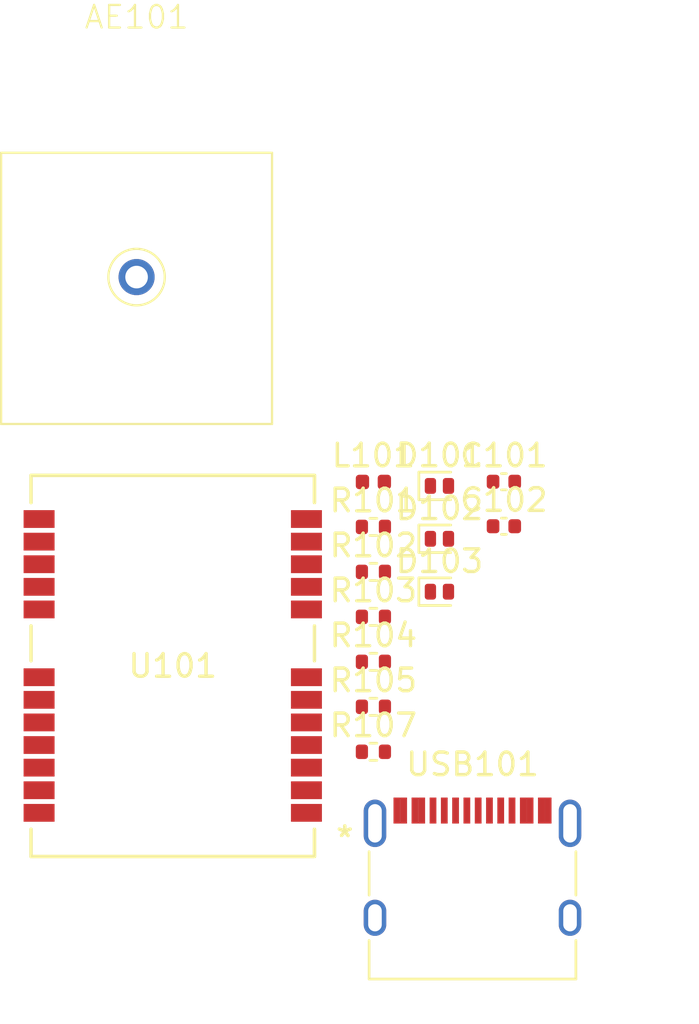
<source format=kicad_pcb>
(kicad_pcb (version 20240108) (generator "pcbnew") (generator_version "8.0")
  (layers (0 "F.Cu" signal) (31 "B.Cu" signal) (34 "B.Paste" user) (35 "F.Paste" user) (36 "B.SilkS" user "B.Silkscreen") (37 "F.SilkS" user "F.Silkscreen") (38 "B.Mask" user) (39 "F.Mask" user) (44 "Edge.Cuts" user))
  (net 0 "")
  (net 1 "GND")
  (net 2 "Net-(C101-Pad1)")
  (net 3 "3V3")
  (net 4 "Net-(D101-A2)")
  (net 5 "/USB_D+")
  (net 6 "/USB_D-")
  (net 7 "GPS_ANT1")
  (net 8 "Net-(USB101-CC1)")
  (net 9 "Net-(USB101-CC2)")
  (net 10 "Net-(U101-RXD_{slash}_SPI_MOSI)")
  (net 11 "RX")
  (net 12 "Net-(U101-TXD_{slash}_SPI_MISO)")
  (net 13 "TX")
  (net 14 "VCC_RF")
  (net 26 "V_BATT")
  (footprint "Resistor_SMD:R_0402_1005Metric" (layer "F.Cu") (at 157.89 67.155)
    (property "Reference" "R101" (at 0 -1.17 0) (layer "F.SilkS"))
    (property "Value" "22k")
    (fp_line (start -0.153641 -0.38) (end 0.153641 -0.38) (stroke (width 0.12)) (layer "F.SilkS"))
    (fp_line (start -0.153641 0.38) (end 0.153641 0.38) (stroke (width 0.12)) (layer "F.SilkS"))
    (pad "1" smd roundrect (at -0.51 0) (size 0.54 0.64) (layers "F.Cu" "F.Paste" "F.Mask") (net 8 "Net-(USB101-CC1)"))
    (pad "2" smd roundrect (at 0.51 0) (size 0.54 0.64) (layers "F.Cu" "F.Paste" "F.Mask") (net 1 "GND"))
  )
  (footprint "Resistor_SMD:R_0402_1005Metric" (layer "F.Cu") (at 157.89 73.125)
    (property "Reference" "R104" (at 0 -1.17 0) (layer "F.SilkS"))
    (property "Value" "33")
    (fp_line (start -0.153641 -0.38) (end 0.153641 -0.38) (stroke (width 0.12)) (layer "F.SilkS"))
    (fp_line (start -0.153641 0.38) (end 0.153641 0.38) (stroke (width 0.12)) (layer "F.SilkS"))
    (pad "1" smd roundrect (at -0.51 0) (size 0.54 0.64) (layers "F.Cu" "F.Paste" "F.Mask") (net 13 "TX"))
    (pad "2" smd roundrect (at 0.51 0) (size 0.54 0.64) (layers "F.Cu" "F.Paste" "F.Mask") (net 12 "Net-(U101-TXD_{slash}_SPI_MISO)"))
  )
  (footprint "Resistor_SMD:R_0402_1005Metric" (layer "F.Cu") (at 157.89 71.135)
    (property "Reference" "R103" (at 0 -1.17 0) (layer "F.SilkS"))
    (property "Value" "33")
    (fp_line (start -0.153641 -0.38) (end 0.153641 -0.38) (stroke (width 0.12)) (layer "F.SilkS"))
    (fp_line (start -0.153641 0.38) (end 0.153641 0.38) (stroke (width 0.12)) (layer "F.SilkS"))
    (pad "1" smd roundrect (at -0.51 0) (size 0.54 0.64) (layers "F.Cu" "F.Paste" "F.Mask") (net 11 "RX"))
    (pad "2" smd roundrect (at 0.51 0) (size 0.54 0.64) (layers "F.Cu" "F.Paste" "F.Mask") (net 10 "Net-(U101-RXD_{slash}_SPI_MOSI)"))
  )
  (footprint "Diode_SMD:D_SOD-882D" (layer "F.Cu") (at 160.815 67.68)
    (property "Reference" "D102" (at 0 -1.35 0) (layer "F.SilkS"))
    (property "Value" "5V")
    (fp_line (start -0.91 -0.61) (end -0.91 0.61) (stroke (width 0.12)) (layer "F.SilkS"))
    (fp_line (start -0.91 -0.61) (end 0.5 -0.61) (stroke (width 0.12)) (layer "F.SilkS"))
    (fp_line (start -0.91 0.61) (end 0.5 0.61) (stroke (width 0.12)) (layer "F.SilkS"))
    (pad "1" smd roundrect (at -0.4 0) (size 0.5 0.7) (layers "F.Cu" "F.Mask") (net 1 "GND"))
    (pad "2" smd roundrect (at 0.4 0) (size 0.5 0.7) (layers "F.Cu" "F.Mask") (net 5 "/USB_D+"))
  )
  (footprint "Resistor_SMD:R_0402_1005Metric" (layer "F.Cu") (at 157.89 69.145)
    (property "Reference" "R102" (at 0 -1.17 0) (layer "F.SilkS"))
    (property "Value" "22k")
    (fp_line (start -0.153641 -0.38) (end 0.153641 -0.38) (stroke (width 0.12)) (layer "F.SilkS"))
    (fp_line (start -0.153641 0.38) (end 0.153641 0.38) (stroke (width 0.12)) (layer "F.SilkS"))
    (pad "1" smd roundrect (at -0.51 0) (size 0.54 0.64) (layers "F.Cu" "F.Paste" "F.Mask") (net 9 "Net-(USB101-CC2)"))
    (pad "2" smd roundrect (at 0.51 0) (size 0.54 0.64) (layers "F.Cu" "F.Paste" "F.Mask") (net 1 "GND"))
  )
  (footprint "Resistor_SMD:R_0402_1005Metric" (layer "F.Cu") (at 157.89 77.105)
    (property "Reference" "R107" (at 0 -1.17 0) (layer "F.SilkS"))
    (property "Value" "10")
    (fp_line (start -0.153641 -0.38) (end 0.153641 -0.38) (stroke (width 0.12)) (layer "F.SilkS"))
    (fp_line (start -0.153641 0.38) (end 0.153641 0.38) (stroke (width 0.12)) (layer "F.SilkS"))
    (pad "1" smd roundrect (at -0.51 0) (size 0.54 0.64) (layers "F.Cu" "F.Paste" "F.Mask") (net 14 "VCC_RF"))
    (pad "2" smd roundrect (at 0.51 0) (size 0.54 0.64) (layers "F.Cu" "F.Paste" "F.Mask") (net 2 "Net-(C101-Pad1)"))
  )
  (footprint "Capacitor_SMD:C_0402_1005Metric" (layer "F.Cu") (at 163.67 67.125)
    (property "Reference" "C102" (at 0 -1.16 0) (layer "F.SilkS"))
    (property "Value" "100nF")
    (fp_line (start -0.107836 -0.36) (end 0.107836 -0.36) (stroke (width 0.12)) (layer "F.SilkS"))
    (fp_line (start -0.107836 0.36) (end 0.107836 0.36) (stroke (width 0.12)) (layer "F.SilkS"))
    (pad "1" smd roundrect (at -0.48 0) (size 0.56 0.62) (layers "F.Cu" "F.Paste" "F.Mask") (net 1 "GND"))
    (pad "2" smd roundrect (at 0.48 0) (size 0.56 0.62) (layers "F.Cu" "F.Paste" "F.Mask") (net 3 "3V3"))
  )
  (footprint "Capacitor_SMD:C_0402_1005Metric" (layer "F.Cu") (at 163.67 65.155)
    (property "Reference" "C101" (at 0 -1.16 0) (layer "F.SilkS"))
    (property "Value" "100nF")
    (fp_line (start -0.107836 -0.36) (end 0.107836 -0.36) (stroke (width 0.12)) (layer "F.SilkS"))
    (fp_line (start -0.107836 0.36) (end 0.107836 0.36) (stroke (width 0.12)) (layer "F.SilkS"))
    (pad "1" smd roundrect (at -0.48 0) (size 0.56 0.62) (layers "F.Cu" "F.Paste" "F.Mask") (net 2 "Net-(C101-Pad1)"))
    (pad "2" smd roundrect (at 0.48 0) (size 0.56 0.62) (layers "F.Cu" "F.Paste" "F.Mask") (net 1 "GND"))
  )
  (footprint "Inductor_SMD:L_0402_1005Metric" (layer "F.Cu") (at 157.89 65.165)
    (property "Reference" "L101" (at 0 -1.17 0) (layer "F.SilkS"))
    (property "Value" "27nH, 300mA")
    (pad "1" smd roundrect (at -0.485 0) (size 0.59 0.64) (layers "F.Cu" "F.Paste" "F.Mask") (net 7 "GPS_ANT1"))
    (pad "2" smd roundrect (at 0.485 0) (size 0.59 0.64) (layers "F.Cu" "F.Paste" "F.Mask") (net 2 "Net-(C101-Pad1)"))
  )
  (footprint "Diode_SMD:D_SOD-882D" (layer "F.Cu") (at 160.815 65.34)
    (property "Reference" "D101" (at 0 -1.35 0) (layer "F.SilkS"))
    (property "Value" "5V")
    (fp_line (start -0.91 -0.61) (end -0.91 0.61) (stroke (width 0.12)) (layer "F.SilkS"))
    (fp_line (start -0.91 -0.61) (end 0.5 -0.61) (stroke (width 0.12)) (layer "F.SilkS"))
    (fp_line (start -0.91 0.61) (end 0.5 0.61) (stroke (width 0.12)) (layer "F.SilkS"))
    (pad "1" smd roundrect (at -0.4 0) (size 0.5 0.7) (layers "F.Cu" "F.Mask") (net 1 "GND"))
    (pad "2" smd roundrect (at 0.4 0) (size 0.5 0.7) (layers "F.Cu" "F.Mask") (net 4 "Net-(D101-A2)"))
  )
  (footprint "Connector_USB:USB_C_Receptacle_XKB_U262-16XN-4BVC11" (layer "F.Cu") (at 162.28 83.375)
    (property "Reference" "USB101" (at 0 -5.715 0) (layer "F.SilkS"))
    (property "Value" "USB_C_Receptacle_USB2.0")
    (fp_line (start -4.58 -1.85) (end -4.58 0.07) (stroke (width 0.12)) (layer "F.SilkS"))
    (fp_line (start -4.58 3.785) (end -4.58 2.08) (stroke (width 0.12)) (layer "F.SilkS"))
    (fp_line (start 4.58 0.07) (end 4.58 -1.85) (stroke (width 0.12)) (layer "F.SilkS"))
    (fp_line (start 4.58 2.08) (end 4.58 3.785) (stroke (width 0.12)) (layer "F.SilkS"))
    (fp_line (start 4.58 3.785) (end -4.58 3.785) (stroke (width 0.12)) (layer "F.SilkS"))
    (pad "" np_thru_hole circle (at -2.89 -2.605) (size 0.65 0.65) (drill 0.65) (layers "*.Cu" "*.Mask"))
    (pad "" np_thru_hole circle (at 2.89 -2.605) (size 0.65 0.65) (drill 0.65) (layers "*.Cu" "*.Mask"))
    (pad "A1" smd rect (at -3.35 -3.67) (size 0.3 1.15) (layers "F.Cu" "F.Paste" "F.Mask") (net 1 "GND"))
    (pad "A4" smd rect (at -2.55 -3.67) (size 0.3 1.15) (layers "F.Cu" "F.Paste" "F.Mask") (net 4 "Net-(D101-A2)"))
    (pad "A5" smd rect (at -1.25 -3.67) (size 0.3 1.15) (layers "F.Cu" "F.Paste" "F.Mask") (net 8 "Net-(USB101-CC1)"))
    (pad "A6" smd rect (at -0.25 -3.67) (size 0.3 1.15) (layers "F.Cu" "F.Paste" "F.Mask") (net 5 "/USB_D+"))
    (pad "A7" smd rect (at 0.25 -3.67) (size 0.3 1.15) (layers "F.Cu" "F.Paste" "F.Mask") (net 6 "/USB_D-"))
    (pad "A8" smd rect (at 1.25 -3.67) (size 0.3 1.15) (layers "F.Cu" "F.Paste" "F.Mask"))
    (pad "A9" smd rect (at 2.55 -3.67) (size 0.3 1.15) (layers "F.Cu" "F.Paste" "F.Mask") (net 4 "Net-(D101-A2)"))
    (pad "A12" smd rect (at 3.35 -3.67) (size 0.3 1.15) (layers "F.Cu" "F.Paste" "F.Mask") (net 1 "GND"))
    (pad "B1" smd rect (at 3.05 -3.67) (size 0.3 1.15) (layers "F.Cu" "F.Paste" "F.Mask") (net 1 "GND"))
    (pad "B4" smd rect (at 2.25 -3.67) (size 0.3 1.15) (layers "F.Cu" "F.Paste" "F.Mask") (net 4 "Net-(D101-A2)"))
    (pad "B5" smd rect (at 1.75 -3.67) (size 0.3 1.15) (layers "F.Cu" "F.Paste" "F.Mask") (net 9 "Net-(USB101-CC2)"))
    (pad "B6" smd rect (at 0.75 -3.67) (size 0.3 1.15) (layers "F.Cu" "F.Paste" "F.Mask") (net 5 "/USB_D+"))
    (pad "B7" smd rect (at -0.75 -3.67) (size 0.3 1.15) (layers "F.Cu" "F.Paste" "F.Mask") (net 6 "/USB_D-"))
    (pad "B8" smd rect (at -1.75 -3.67) (size 0.3 1.15) (layers "F.Cu" "F.Paste" "F.Mask"))
    (pad "B9" smd rect (at -2.25 -3.67) (size 0.3 1.15) (layers "F.Cu" "F.Paste" "F.Mask") (net 4 "Net-(D101-A2)"))
    (pad "B12" smd rect (at -3.05 -3.67) (size 0.3 1.15) (layers "F.Cu" "F.Paste" "F.Mask") (net 1 "GND"))
    (pad "S1" thru_hole oval (at -4.32 -3.105) (size 1 2.1) (drill oval 0.6 1.7) (layers "*.Cu" "*.Mask") (net 1 "GND"))
    (pad "S1" thru_hole oval (at -4.32 1.075) (size 1 1.6) (drill oval 0.6 1.2) (layers "*.Cu" "*.Mask") (net 1 "GND"))
    (pad "S1" thru_hole oval (at 4.32 -3.105) (size 1 2.1) (drill oval 0.6 1.7) (layers "*.Cu" "*.Mask") (net 1 "GND"))
    (pad "S1" thru_hole oval (at 4.32 1.075) (size 1 1.6) (drill oval 0.6 1.2) (layers "*.Cu" "*.Mask") (net 1 "GND"))
  )
  (footprint "WOBClibrary:SMT_9N-00B_UBL" (layer "F.Cu") (at 149.002401 73.306)
    (property "Reference" "U101" (at 0 0 0) (layer "F.SilkS"))
    (property "Value" "NEO-M9N-00B")
    (fp_line (start -6.277001 -8.4328) (end -6.277001 -7.22644) (stroke (width 0.1524)) (layer "F.SilkS"))
    (fp_line (start -6.277001 -8.4328) (end 6.277001 -8.4328) (stroke (width 0.1524)) (layer "F.SilkS"))
    (fp_line (start -6.277001 -7.22644) (end -6.277001 -8.4328) (stroke (width 0.1524)) (layer "F.SilkS"))
    (fp_line (start -6.277001 -1.77356) (end -6.277001 -0.226438) (stroke (width 0.1524)) (layer "F.SilkS"))
    (fp_line (start -6.277001 7.22644) (end -6.277001 8.4328) (stroke (width 0.1524)) (layer "F.SilkS"))
    (fp_line (start -6.277001 7.22644) (end -6.277001 8.4328) (stroke (width 0.1524)) (layer "F.SilkS"))
    (fp_line (start -6.277001 8.4328) (end 6.277001 8.4328) (stroke (width 0.1524)) (layer "F.SilkS"))
    (fp_line (start -6.277001 8.4328) (end 6.277001 8.4328) (stroke (width 0.1524)) (layer "F.SilkS"))
    (fp_line (start 6.277001 -8.4328) (end -6.277001 -8.4328) (stroke (width 0.1524)) (layer "F.SilkS"))
    (fp_line (start 6.277001 -7.22644) (end 6.277001 -8.4328) (stroke (width 0.1524)) (layer "F.SilkS"))
    (fp_line (start 6.277001 -7.22644) (end 6.277001 -8.4328) (stroke (width 0.1524)) (layer "F.SilkS"))
    (fp_line (start 6.277001 -0.226441) (end 6.277001 -1.77356) (stroke (width 0.1524)) (layer "F.SilkS"))
    (fp_line (start 6.277001 7.22644) (end 6.277001 8.4328) (stroke (width 0.1524)) (layer "F.SilkS"))
    (fp_line (start 6.277001 8.4328) (end 6.277001 7.22644) (stroke (width 0.1524)) (layer "F.SilkS"))
    (fp_text user "*" (at 7.62 7.62 0) (layer "F.SilkS"))
    (fp_text user "*" (at 7.62 7.62 0) (layer "F.SilkS"))
    (pad "1" smd rect (at 5.9214 6.5) (size 1.3716 0.7874) (layers "F.Cu" "F.Paste" "F.Mask"))
    (pad "2" smd rect (at 5.9214 5.499999) (size 1.3716 0.7874) (layers "F.Cu" "F.Paste" "F.Mask"))
    (pad "3" smd rect (at 5.9214 4.499999) (size 1.3716 0.7874) (layers "F.Cu" "F.Paste" "F.Mask"))
    (pad "4" smd rect (at 5.9214 3.500001) (size 1.3716 0.7874) (layers "F.Cu" "F.Paste" "F.Mask"))
    (pad "5" smd rect (at 5.9214 2.5) (size 1.3716 0.7874) (layers "F.Cu" "F.Paste" "F.Mask") (net 6 "/USB_D-"))
    (pad "6" smd rect (at 5.9214 1.5) (size 1.3716 0.7874) (layers "F.Cu" "F.Paste" "F.Mask") (net 5 "/USB_D+"))
    (pad "7" smd rect (at 5.9214 0.499999) (size 1.3716 0.7874) (layers "F.Cu" "F.Paste" "F.Mask"))
    (pad "8" smd rect (at 5.9214 -2.5) (size 1.3716 0.7874) (layers "F.Cu" "F.Paste" "F.Mask"))
    (pad "9" smd rect (at 5.9214 -3.500001) (size 1.3716 0.7874) (layers "F.Cu" "F.Paste" "F.Mask") (net 14 "VCC_RF"))
    (pad "10" smd rect (at 5.9214 -4.500001) (size 1.3716 0.7874) (layers "F.Cu" "F.Paste" "F.Mask") (net 1 "GND"))
    (pad "11" smd rect (at 5.9214 -5.499999) (size 1.3716 0.7874) (layers "F.Cu" "F.Paste" "F.Mask") (net 7 "GPS_ANT1"))
    (pad "12" smd rect (at 5.9214 -6.5) (size 1.3716 0.7874) (layers "F.Cu" "F.Paste" "F.Mask") (net 1 "GND"))
    (pad "13" smd rect (at -5.9214 -6.5) (size 1.3716 0.7874) (layers "F.Cu" "F.Paste" "F.Mask") (net 1 "GND"))
    (pad "14" smd rect (at -5.9214 -5.499999) (size 1.3716 0.7874) (layers "F.Cu" "F.Paste" "F.Mask"))
    (pad "15" smd rect (at -5.9214 -4.499999) (size 1.3716 0.7874) (layers "F.Cu" "F.Paste" "F.Mask"))
    (pad "16" smd rect (at -5.9214 -3.500001) (size 1.3716 0.7874) (layers "F.Cu" "F.Paste" "F.Mask"))
    (pad "17" smd rect (at -5.9214 -2.5) (size 1.3716 0.7874) (layers "F.Cu" "F.Paste" "F.Mask"))
    (pad "18" smd rect (at -5.9214 0.500002) (size 1.3716 0.7874) (layers "F.Cu" "F.Paste" "F.Mask"))
    (pad "19" smd rect (at -5.9214 1.5) (size 1.3716 0.7874) (layers "F.Cu" "F.Paste" "F.Mask"))
    (pad "20" smd rect (at -5.9214 2.5) (size 1.3716 0.7874) (layers "F.Cu" "F.Paste" "F.Mask") (net 12 "Net-(U101-TXD_{slash}_SPI_MISO)"))
    (pad "21" smd rect (at -5.9214 3.500001) (size 1.3716 0.7874) (layers "F.Cu" "F.Paste" "F.Mask") (net 10 "Net-(U101-RXD_{slash}_SPI_MOSI)"))
    (pad "22" smd rect (at -5.9214 4.500001) (size 1.3716 0.7874) (layers "F.Cu" "F.Paste" "F.Mask") (net 26 "V_BATT"))
    (pad "23" smd rect (at -5.9214 5.499999) (size 1.3716 0.7874) (layers "F.Cu" "F.Paste" "F.Mask") (net 3 "3V3"))
    (pad "24" smd rect (at -5.9214 6.5) (size 1.3716 0.7874) (layers "F.Cu" "F.Paste" "F.Mask") (net 1 "GND"))
  )
  (footprint "Diode_SMD:D_SOD-882D" (layer "F.Cu") (at 160.815 70.02)
    (property "Reference" "D103" (at 0 -1.35 0) (layer "F.SilkS"))
    (property "Value" "5V")
    (fp_line (start -0.91 -0.61) (end -0.91 0.61) (stroke (width 0.12)) (layer "F.SilkS"))
    (fp_line (start -0.91 -0.61) (end 0.5 -0.61) (stroke (width 0.12)) (layer "F.SilkS"))
    (fp_line (start -0.91 0.61) (end 0.5 0.61) (stroke (width 0.12)) (layer "F.SilkS"))
    (pad "1" smd roundrect (at -0.4 0) (size 0.5 0.7) (layers "F.Cu" "F.Mask") (net 1 "GND"))
    (pad "2" smd roundrect (at 0.4 0) (size 0.5 0.7) (layers "F.Cu" "F.Mask") (net 6 "/USB_D-"))
  )
  (footprint "Resistor_SMD:R_0402_1005Metric" (layer "F.Cu") (at 157.89 75.115)
    (property "Reference" "R105" (at 0 -1.17 0) (layer "F.SilkS"))
    (property "Value" "100K")
    (fp_line (start -0.153641 -0.38) (end 0.153641 -0.38) (stroke (width 0.12)) (layer "F.SilkS"))
    (fp_line (start -0.153641 0.38) (end 0.153641 0.38) (stroke (width 0.12)) (layer "F.SilkS"))
    (pad "1" smd roundrect (at -0.51 0) (size 0.54 0.64) (layers "F.Cu" "F.Paste" "F.Mask") (net 3 "3V3"))
    (pad "2" smd roundrect (at 0.51 0) (size 0.54 0.64) (layers "F.Cu" "F.Paste" "F.Mask") (net 1 "GND"))
  )
  (footprint "WOBClibrary:GNSS_Antenna_1212" (layer "F.Cu") (at 147.4 56.6)
    (property "Reference" "AE101" (at 0 -12 0) (layer "F.SilkS") (effects (font (thickness 0.1))))
    (property "Value" "Antenna")
    (fp_line (start -6 -6) (end 6 -6) (stroke (width 0.1)) (layer "F.SilkS"))
    (fp_line (start -6 6) (end -6 -6) (stroke (width 0.1)) (layer "F.SilkS"))
    (fp_line (start 6 -6) (end 6 6) (stroke (width 0.1)) (layer "F.SilkS"))
    (fp_line (start 6 6) (end -6 6) (stroke (width 0.1)) (layer "F.SilkS"))
    (fp_circle (center 0 -0.5) (end 1.25 -0.5) (stroke (width 0.1)) (fill none) (layer "F.SilkS"))
    (pad "1" thru_hole circle (at 0 -0.5) (size 1.6 1.6) (drill 1) (layers "*.Cu" "*.Mask") (net 7 "GPS_ANT1"))
  )
)
</source>
